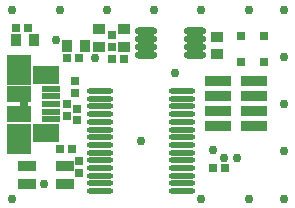
<source format=gts>
%FSAX44Y44*%
%MOMM*%
G71*
G01*
G75*
G04 Layer_Color=8388736*
%ADD10R,2.0320X0.7620*%
%ADD11R,0.6000X0.6000*%
%ADD12O,1.8000X0.4500*%
%ADD13R,0.5000X0.6000*%
%ADD14R,0.9000X0.7000*%
%ADD15R,0.6000X0.5000*%
%ADD16R,2.1000X1.4750*%
%ADD17R,1.3800X0.4500*%
%ADD18R,1.9000X2.3750*%
%ADD19R,1.9000X1.1750*%
%ADD20R,0.7000X0.9000*%
%ADD21R,1.4000X0.7000*%
%ADD22O,2.1000X0.3500*%
%ADD23C,0.2000*%
%ADD24C,0.3000*%
%ADD25C,0.6000*%
%ADD26C,1.0160*%
%ADD27C,1.3000*%
G04:AMPARAMS|DCode=28|XSize=1.4mm|YSize=1.4mm|CornerRadius=0mm|HoleSize=0mm|Usage=FLASHONLY|Rotation=0.000|XOffset=0mm|YOffset=0mm|HoleType=Round|Shape=Relief|Width=0.15mm|Gap=0.15mm|Entries=4|*
%AMTHD28*
7,0,0,1.4000,1.1000,0.1500,45*
%
%ADD28THD28*%
%ADD29C,0.2500*%
%ADD30C,0.6000*%
%ADD31C,0.1250*%
%ADD32C,0.1500*%
%ADD33R,2.1820X0.9120*%
%ADD34R,0.7500X0.7500*%
%ADD35O,1.9500X0.6000*%
%ADD36R,0.6500X0.7500*%
%ADD37R,1.0500X0.8500*%
%ADD38R,0.7500X0.6500*%
%ADD39R,2.2500X1.6250*%
%ADD40R,1.5300X0.6000*%
%ADD41R,2.0500X2.5250*%
%ADD42R,2.0500X1.3250*%
%ADD43R,0.8500X1.0500*%
%ADD44R,1.5500X0.8500*%
%ADD45O,2.2500X0.5000*%
%ADD46C,0.7500*%
D33*
X00468640Y00325200D02*
D03*
Y00337900D02*
D03*
Y00350600D02*
D03*
Y00363300D02*
D03*
X00438160Y00325200D02*
D03*
Y00337900D02*
D03*
Y00350600D02*
D03*
Y00363300D02*
D03*
D34*
X00458000Y00401750D02*
D03*
Y00379750D02*
D03*
X00477250Y00401750D02*
D03*
Y00379750D02*
D03*
D35*
X00418500Y00386000D02*
D03*
Y00392500D02*
D03*
Y00399000D02*
D03*
Y00405500D02*
D03*
X00377000Y00386000D02*
D03*
Y00392500D02*
D03*
Y00399000D02*
D03*
Y00405500D02*
D03*
D36*
X00310000Y00343750D02*
D03*
Y00333750D02*
D03*
X00320500Y00286000D02*
D03*
Y00296000D02*
D03*
X00317000Y00353250D02*
D03*
Y00363250D02*
D03*
X00348000Y00392500D02*
D03*
Y00402500D02*
D03*
X00318750Y00330250D02*
D03*
Y00340250D02*
D03*
D37*
X00358750Y00392500D02*
D03*
Y00407500D02*
D03*
X00437000Y00386250D02*
D03*
Y00401250D02*
D03*
X00337000Y00392500D02*
D03*
Y00407500D02*
D03*
D38*
X00358750Y00382500D02*
D03*
X00348750D02*
D03*
X00433750Y00290000D02*
D03*
X00443750D02*
D03*
X00304250Y00306000D02*
D03*
X00314250D02*
D03*
X00267250Y00408750D02*
D03*
X00277250D02*
D03*
X00320500Y00383000D02*
D03*
X00310500D02*
D03*
D39*
X00292750Y00319375D02*
D03*
Y00368625D02*
D03*
D40*
X00296350Y00350500D02*
D03*
Y00357000D02*
D03*
Y00344000D02*
D03*
Y00337500D02*
D03*
Y00331000D02*
D03*
D41*
X00269750Y00373125D02*
D03*
Y00314875D02*
D03*
D42*
Y00352375D02*
D03*
Y00335625D02*
D03*
D43*
X00325500Y00393500D02*
D03*
X00310500D02*
D03*
X00282250Y00398250D02*
D03*
X00267250D02*
D03*
D44*
X00276250Y00291250D02*
D03*
X00308250D02*
D03*
Y00276250D02*
D03*
X00276250D02*
D03*
D45*
X00407500Y00270500D02*
D03*
Y00277000D02*
D03*
Y00283500D02*
D03*
Y00290000D02*
D03*
Y00296500D02*
D03*
Y00303000D02*
D03*
Y00309500D02*
D03*
Y00316000D02*
D03*
Y00322500D02*
D03*
Y00329000D02*
D03*
Y00335500D02*
D03*
Y00342000D02*
D03*
Y00348500D02*
D03*
Y00355000D02*
D03*
X00338500Y00270500D02*
D03*
Y00277000D02*
D03*
Y00283500D02*
D03*
Y00290000D02*
D03*
Y00296500D02*
D03*
Y00303000D02*
D03*
Y00309500D02*
D03*
Y00316000D02*
D03*
Y00322500D02*
D03*
Y00329000D02*
D03*
Y00335500D02*
D03*
Y00342000D02*
D03*
Y00348500D02*
D03*
Y00355000D02*
D03*
D46*
X00437000Y00386250D02*
D03*
X00437500Y00363250D02*
D03*
X00468750Y00325250D02*
D03*
X00454500Y00298750D02*
D03*
X00438160Y00325200D02*
D03*
X00433750Y00305000D02*
D03*
X00292000Y00368625D02*
D03*
X00292750Y00319375D02*
D03*
X00269750Y00314875D02*
D03*
X00269000Y00373125D02*
D03*
X00264000Y00264000D02*
D03*
X00333750Y00382750D02*
D03*
X00424000Y00264000D02*
D03*
X00464000D02*
D03*
X00494000Y00304000D02*
D03*
Y00264000D02*
D03*
Y00344000D02*
D03*
Y00384000D02*
D03*
X00401500Y00370000D02*
D03*
X00373000Y00312750D02*
D03*
X00274000Y00344000D02*
D03*
X00494000Y00424000D02*
D03*
X00264000D02*
D03*
X00424000D02*
D03*
X00344000D02*
D03*
X00304000D02*
D03*
X00384000D02*
D03*
X00464000D02*
D03*
X00291000Y00276250D02*
D03*
X00301250Y00398000D02*
D03*
X00443250Y00298750D02*
D03*
M02*

</source>
